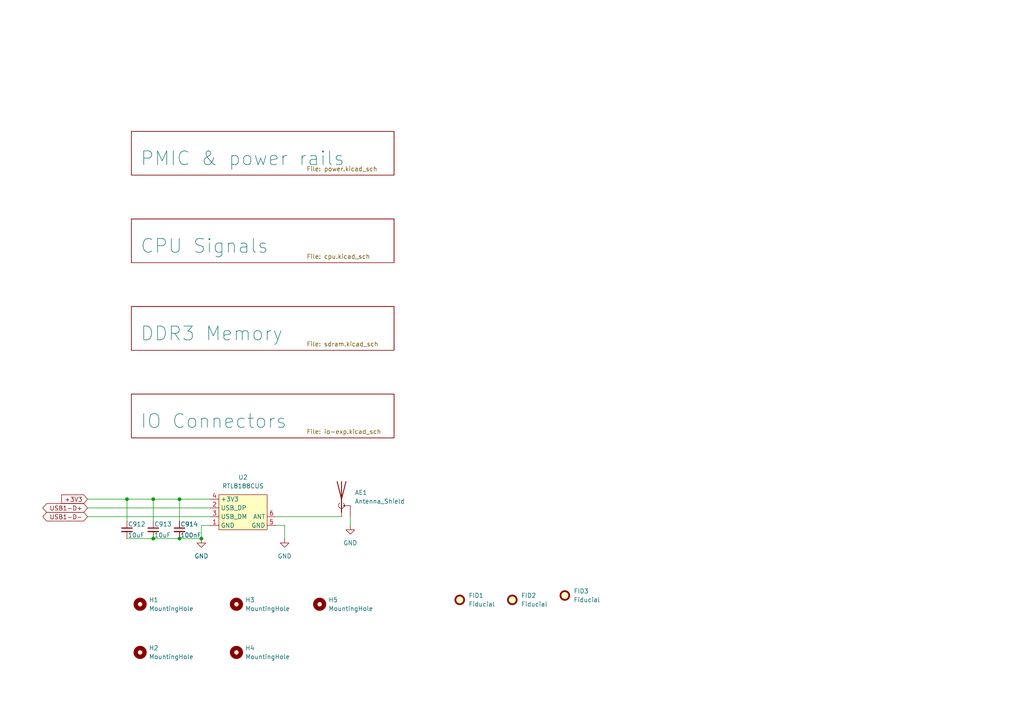
<source format=kicad_sch>
(kicad_sch (version 20231120) (generator "eeschema") (generator_version "8.0")
  (paper "A4")
  (lib_symbols
    (symbol "Device:Antenna_Shield" (pin_numbers hide) (pin_names (offset 1.016) hide)
      (property "Reference" "AE" (at -1.905 4.445 0))
      (property "Value" "Antenna_Shield" (at -1.905 2.54 0))
      (symbol "Antenna_Shield_0_1"
        (arc (start -0.508 -1.143) (mid -0.8485 -2.1032) (end 0 -2.667))
        (arc (start 0 -2.667) (mid 0.8047 -2.0885) (end 0.508 -1.143))
        (polyline (pts (xy 0 -2.54) (xy 0 0)))
        (polyline (pts (xy 0 5.08) (xy 0 -3.81)) (stroke (width 0.254)))
        (polyline (pts (xy 0.762 -1.905) (xy 2.54 -1.905)))
        (polyline (pts (xy 2.54 -2.54) (xy 2.54 -1.905)))
        (polyline (pts (xy 1.27 5.08) (xy 0 0) (xy -1.27 5.08)) (stroke (width 0.254)))
        (circle (center 0.762 -1.905) (radius 0.1778) (fill (type outline)))
      )
      (symbol "Antenna_Shield_1_1"
        (pin input line (at 0 -5.08 90) (length 2.54) (name "A") (number "1"))
        (pin input line (at 2.54 -5.08 90) (length 2.54) (name "Shield") (number "2"))
      )
    )
    (symbol "Device:C_Small" (pin_numbers hide) (pin_names (offset 0.254) hide)
      (property "Reference" "C" (at 0.254 1.778 0))
      (property "Value" "C_Small" (at 0.254 -2.032 0))
      (symbol "C_Small_0_1"
        (polyline (pts (xy -1.524 -0.508) (xy 1.524 -0.508)) (stroke (width 0.3302)))
        (polyline (pts (xy -1.524 0.508) (xy 1.524 0.508)) (stroke (width 0.3048)))
      )
      (symbol "C_Small_1_1"
        (pin passive line (at 0 2.54 270) (length 2.032) (name "~") (number "1"))
        (pin passive line (at 0 -2.54 90) (length 2.032) (name "~") (number "2"))
      )
    )
    (symbol "Mechanical:Fiducial"
      (property "Reference" "FID" (at 0 5.08 0))
      (property "Value" "Fiducial" (at 0 3.175 0))
      (symbol "Fiducial_0_1"
        (circle (center 0 0) (radius 1.27) (stroke (width 0.508)) (fill (type background)))
      )
    )
    (symbol "Mechanical:MountingHole" (pin_names (offset 1.016))
      (property "Reference" "H" (at 0 5.08 0))
      (property "Value" "MountingHole" (at 0 3.175 0))
      (symbol "MountingHole_0_1"
        (circle (center 0 0) (radius 1.27) (stroke (width 1.27)))
      )
    )
    (symbol "power:GND" (power) (pin_names (offset 0))
      (property "Value" "GND" (at 0 -3.81 0))
      (symbol "GND_0_1"
        (polyline (pts (xy 0 0) (xy 0 -1.27) (xy 1.27 -1.27) (xy 0 -2.54) (xy -1.27 -1.27) (xy 0 -1.27)))
      )
      (symbol "GND_1_1"
        (pin power_in line (at 0 0 270) (length 0) hide (name "GND") (number "1"))
      )
    )
    (symbol "wifi:RTL8188CUS"
      (property "Reference" "U" (at -5.08 2.54 0))
      (property "Value" "RTL8188CUS" (at 6.35 2.54 0))
      (symbol "RTL8188CUS_0_1"
        (rectangle (start -7.62 0) (end 6.35 -10.16) (stroke (width 0.1524)) (fill (type background)))
      )
      (symbol "RTL8188CUS_1_1"
        (pin power_in line (at -10.16 -8.89 0) (length 2.54) (name "GND") (number "1"))
        (pin bidirectional line (at -10.16 -3.81 0) (length 2.54) (name "USB_DP") (number "2"))
        (pin bidirectional line (at -10.16 -6.35 0) (length 2.54) (name "USB_DM") (number "3"))
        (pin power_in line (at -10.16 -1.27 0) (length 2.54) (name "+3V3") (number "4"))
        (pin power_in line (at 8.89 -8.89 180) (length 2.54) (name "GND") (number "5"))
        (pin output line (at 8.89 -6.35 180) (length 2.54) (name "ANT") (number "6"))
      )
    )
  )
  (junction (at 36.83 144.78))
  (junction (at 44.45 156.21))
  (junction (at 44.45 144.78))
  (junction (at 58.42 156.21))
  (junction (at 52.07 144.78))
  (junction (at 52.07 156.21))
  (wire (pts (xy 36.83 144.78) (xy 44.45 144.78)))
  (wire (pts (xy 52.07 151.13) (xy 52.07 144.78)))
  (wire (pts (xy 80.01 152.4) (xy 82.55 152.4)))
  (wire (pts (xy 44.45 151.13) (xy 44.45 144.78)))
  (wire (pts (xy 44.45 144.78) (xy 52.07 144.78)))
  (wire (pts (xy 44.45 156.21) (xy 52.07 156.21)))
  (wire (pts (xy 52.07 144.78) (xy 60.96 144.78)))
  (wire (pts (xy 25.4 144.78) (xy 36.83 144.78)))
  (wire (pts (xy 36.83 151.13) (xy 36.83 144.78)))
  (wire (pts (xy 36.83 156.21) (xy 44.45 156.21)))
  (wire (pts (xy 25.4 149.86) (xy 60.96 149.86)))
  (wire (pts (xy 52.07 156.21) (xy 58.42 156.21)))
  (wire (pts (xy 25.4 147.32) (xy 60.96 147.32)))
  (wire (pts (xy 58.42 152.4) (xy 58.42 156.21)))
  (wire (pts (xy 80.01 149.86) (xy 99.06 149.86)))
  (wire (pts (xy 101.6 149.86) (xy 101.6 152.4)))
  (wire (pts (xy 82.55 152.4) (xy 82.55 156.21)))
  (wire (pts (xy 60.96 152.4) (xy 58.42 152.4)))
  (global_label "+3V3" (shape input) (at 25.4 144.78 180) (property "Intersheetrefs" "${INTERSHEET_REFS}" (effects (hide yes))))
  (global_label "USB1-D-" (shape bidirectional) (at 25.4 149.86 180) (property "Intersheetrefs" "${INTERSHEET_REFS}" (effects (hide yes))))
  (global_label "USB1-D+" (shape bidirectional) (at 25.4 147.32 180) (property "Intersheetrefs" "${INTERSHEET_REFS}" (effects (hide yes))))
  (symbol (lib_id "Device:C_Small") (at 36.83 153.67 0) (unit 1)
    (property "Reference" "C912" (at 37.1051 152.0434 0) (effects (justify left)))
    (property "Value" "10uF" (at 37.0566 155.2295 0) (effects (justify left)))
    (property "Footprint" "Capacitor_SMD:C_0603_1608Metric" (effects (hide yes)))
  )
  (symbol (lib_id "Mechanical:MountingHole") (at 68.58 189.23 0) (unit 1)
    (property "Reference" "H4" (at 71.12 187.9599 0) (effects (justify left)))
    (property "Value" "MountingHole" (at 71.12 190.4999 0) (effects (justify left)))
    (property "Footprint" "MountingHole:MountingHole_2.7mm_M2.5_DIN965" (effects (hide yes)))
  )
  (symbol (lib_id "Mechanical:MountingHole") (at 40.64 189.23 0) (unit 1)
    (property "Reference" "H2" (at 43.18 187.9599 0) (effects (justify left)))
    (property "Value" "MountingHole" (at 43.18 190.4999 0) (effects (justify left)))
    (property "Footprint" "MountingHole:MountingHole_2.7mm_M2.5_DIN965" (effects (hide yes)))
  )
  (symbol (lib_id "Mechanical:MountingHole") (at 40.64 175.26 0) (unit 1)
    (property "Reference" "H1" (at 43.18 173.9899 0) (effects (justify left)))
    (property "Value" "MountingHole" (at 43.18 176.5299 0) (effects (justify left)))
    (property "Footprint" "MountingHole:MountingHole_2.7mm_M2.5_DIN965" (effects (hide yes)))
  )
  (symbol (lib_id "Mechanical:Fiducial") (at 133.35 173.99 0) (unit 1)
    (property "Reference" "FID1" (at 135.89 172.7199 0) (effects (justify left)))
    (property "Value" "Fiducial" (at 135.89 175.2599 0) (effects (justify left)))
    (property "Footprint" "Fiducial:Fiducial_0.75mm_Mask1.5mm" (effects (hide yes)))
  )
  (symbol (lib_id "power:GND") (at 82.55 156.21 0) (unit 1)
    (property "Reference" "#PWR0134" (effects (hide yes)))
    (property "Value" "GND" (at 82.55 161.29 0))
  )
  (symbol (lib_id "Device:C_Small") (at 44.45 153.67 0) (unit 1)
    (property "Reference" "C913" (at 44.7251 152.0434 0) (effects (justify left)))
    (property "Value" "10uF" (at 44.6766 155.2295 0) (effects (justify left)))
    (property "Footprint" "Capacitor_SMD:C_0603_1608Metric" (effects (hide yes)))
  )
  (symbol (lib_id "Mechanical:Fiducial") (at 163.83 172.72 0) (unit 1)
    (property "Reference" "FID3" (at 166.37 171.4499 0) (effects (justify left)))
    (property "Value" "Fiducial" (at 166.37 173.9899 0) (effects (justify left)))
    (property "Footprint" "Fiducial:Fiducial_0.75mm_Mask1.5mm" (effects (hide yes)))
  )
  (symbol (lib_id "Device:Antenna_Shield") (at 99.06 144.78 0) (unit 1)
    (property "Reference" "AE1" (at 102.87 142.8749 0) (effects (justify left)))
    (property "Value" "Antenna_Shield" (at 102.87 145.4149 0) (effects (justify left)))
    (property "Footprint" "Connector_Coaxial:U.FL_Hirose_U.FL-R-SMT-1_Vertical" (effects (hide yes)))
  )
  (symbol (lib_id "Device:C_Small") (at 52.07 153.67 0) (unit 1)
    (property "Reference" "C914" (at 52.3451 152.0434 0) (effects (justify left)))
    (property "Value" "100nF" (at 52.2966 155.2295 0) (effects (justify left)))
    (property "Footprint" "Capacitor_SMD:C_0402_1005Metric" (effects (hide yes)))
  )
  (symbol (lib_id "wifi:RTL8188CUS") (at 71.12 143.51 0) (unit 1)
    (property "Reference" "U2" (at 70.485 138.43 0))
    (property "Value" "RTL8188CUS" (at 70.485 140.97 0))
    (property "Footprint" "wifi:RTL8188CUS" (effects (hide yes)))
  )
  (symbol (lib_id "Mechanical:Fiducial") (at 148.59 173.99 0) (unit 1)
    (property "Reference" "FID2" (at 151.13 172.7199 0) (effects (justify left)))
    (property "Value" "Fiducial" (at 151.13 175.2599 0) (effects (justify left)))
    (property "Footprint" "Fiducial:Fiducial_0.75mm_Mask1.5mm" (effects (hide yes)))
  )
  (symbol (lib_id "power:GND") (at 101.6 152.4 0) (unit 1)
    (property "Reference" "#PWR0135" (effects (hide yes)))
    (property "Value" "GND" (at 101.6 157.48 0))
  )
  (symbol (lib_id "power:GND") (at 58.42 156.21 0) (unit 1)
    (property "Reference" "#PWR0133" (effects (hide yes)))
    (property "Value" "GND" (at 58.42 161.29 0))
  )
  (symbol (lib_id "Mechanical:MountingHole") (at 68.58 175.26 0) (unit 1)
    (property "Reference" "H3" (at 71.12 173.9899 0) (effects (justify left)))
    (property "Value" "MountingHole" (at 71.12 176.5299 0) (effects (justify left)))
    (property "Footprint" "MountingHole:MountingHole_2.7mm_M2.5_DIN965" (effects (hide yes)))
  )
  (symbol (lib_id "Mechanical:MountingHole") (at 92.71 175.26 0) (unit 1)
    (property "Reference" "H5" (at 95.25 173.9899 0) (effects (justify left)))
    (property "Value" "MountingHole" (at 95.25 176.5299 0) (effects (justify left)))
    (property "Footprint" "MountingHole:MountingHole_2.7mm_M2.5_DIN965" (effects (hide yes)))
  )
  (sheet (at 38.1 38.1) (size 76.2 12.7) (stroke (width 0.1524))
    (property "Sheetname" "PMIC & power rails" (at 40.64 48.26 0) (effects (font (size 4 4)) (justify left bottom)))
    (property "Sheetfile" "power.kicad_sch" (at 88.9 48.26 0) (effects (justify left top)))
  )
  (sheet (at 38.1 63.5) (size 76.2 12.7) (stroke (width 0.1524))
    (property "Sheetname" "CPU Signals" (at 40.64 73.66 0) (effects (font (size 4 4)) (justify left bottom)))
    (property "Sheetfile" "cpu.kicad_sch" (at 88.9 73.66 0) (effects (justify left top)))
  )
  (sheet (at 38.1 114.3) (size 76.2 12.7) (stroke (width 0.1524))
    (property "Sheetname" "IO Connectors" (at 40.64 124.46 0) (effects (font (size 4 4)) (justify left bottom)))
    (property "Sheetfile" "io-exp.kicad_sch" (at 88.9 124.46 0) (effects (justify left top)))
  )
  (sheet (at 38.1 88.9) (size 76.2 12.7) (stroke (width 0.1524))
    (property "Sheetname" "DDR3 Memory" (at 40.64 99.06 0) (effects (font (size 4 4)) (justify left bottom)))
    (property "Sheetfile" "sdram.kicad_sch" (at 88.9 99.06 0) (effects (justify left top)))
  )
)
</source>
